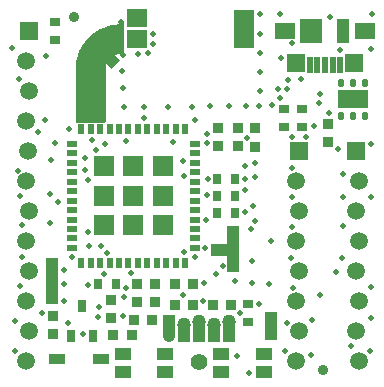
<source format=gbs>
G04*
G04 #@! TF.GenerationSoftware,Altium Limited,Altium Designer,21.4.1 (30)*
G04*
G04 Layer_Color=16711935*
%FSLAX25Y25*%
%MOIN*%
G70*
G04*
G04 #@! TF.SameCoordinates,FDA7AB05-C33E-465C-AB53-71C79C1F0B70*
G04*
G04*
G04 #@! TF.FilePolarity,Negative*
G04*
G01*
G75*
%ADD23R,0.03543X0.03543*%
%ADD24C,0.03543*%
%ADD25C,0.05512*%
%ADD26O,0.04394X0.05118*%
%ADD27R,0.04394X0.05118*%
%ADD28C,0.05894*%
%ADD29R,0.05894X0.05894*%
%ADD30C,0.01811*%
%ADD54C,0.04000*%
%ADD55R,0.04000X0.04000*%
%ADD65R,0.05512X0.04134*%
%ADD74C,0.04000*%
%ADD75R,0.04031X0.03300*%
%ADD76R,0.04028X0.09500*%
%ADD77R,0.04035X0.04023*%
G04:AMPARAMS|DCode=78|XSize=21.26mil|YSize=29.13mil|CornerRadius=6.69mil|HoleSize=0mil|Usage=FLASHONLY|Rotation=0.000|XOffset=0mil|YOffset=0mil|HoleType=Round|Shape=RoundedRectangle|*
%AMROUNDEDRECTD78*
21,1,0.02126,0.01575,0,0,0.0*
21,1,0.00787,0.02913,0,0,0.0*
1,1,0.01339,0.00394,-0.00787*
1,1,0.01339,-0.00394,-0.00787*
1,1,0.01339,-0.00394,0.00787*
1,1,0.01339,0.00394,0.00787*
%
%ADD78ROUNDEDRECTD78*%
%ADD79R,0.10000X0.06457*%
%ADD80R,0.04030X0.03630*%
%ADD81R,0.02794X0.04294*%
%ADD82R,0.03394X0.03794*%
%ADD83R,0.06693X0.06693*%
%ADD84R,0.03543X0.02362*%
%ADD85R,0.02362X0.03543*%
%ADD86R,0.05194X0.03194*%
%ADD87R,0.03794X0.02794*%
%ADD88R,0.03630X0.04030*%
%ADD89R,0.07087X0.06102*%
%ADD90R,0.07087X0.12992*%
G04:AMPARAMS|DCode=91|XSize=33.94mil|YSize=37.94mil|CornerRadius=0mil|HoleSize=0mil|Usage=FLASHONLY|Rotation=135.000|XOffset=0mil|YOffset=0mil|HoleType=Round|Shape=Rectangle|*
%AMROTATEDRECTD91*
4,1,4,0.02541,0.00141,-0.00141,-0.02541,-0.02541,-0.00141,0.00141,0.02541,0.02541,0.00141,0.0*
%
%ADD91ROTATEDRECTD91*%

%ADD92R,0.06890X0.05512*%
%ADD93R,0.04331X0.07874*%
%ADD94R,0.07480X0.07874*%
%ADD95R,0.06004X0.06496*%
%ADD96R,0.02165X0.05827*%
%ADD97R,0.03794X0.03394*%
%ADD98R,0.03194X0.03794*%
%ADD99R,0.02794X0.03794*%
G36*
X40082Y120574D02*
Y108721D01*
X39349Y109025D01*
X38687Y109533D01*
X38621Y109618D01*
X38005Y109557D01*
X37066Y109273D01*
X36200Y108810D01*
X35471Y108212D01*
X35419Y108152D01*
X34812Y107425D01*
X34365Y106590D01*
X34091Y105683D01*
X34001Y104775D01*
X34006Y87547D01*
X33965Y87236D01*
X33934Y86763D01*
X24071Y86763D01*
X24040Y87236D01*
X23999Y87547D01*
Y104731D01*
X24012Y104850D01*
X24006Y104949D01*
X24151Y106811D01*
X24203Y107057D01*
X24229Y107307D01*
X24656Y109082D01*
X24746Y109317D01*
X24811Y109559D01*
X25509Y111246D01*
X25635Y111464D01*
X25737Y111693D01*
X26691Y113250D01*
X26849Y113445D01*
X26986Y113656D01*
X28172Y115044D01*
X28223Y115096D01*
X28283Y115152D01*
X28342Y115229D01*
X28450Y115319D01*
X28496Y115371D01*
X28537Y115408D01*
X29964Y116632D01*
X30175Y116769D01*
X30370Y116927D01*
X31950Y117895D01*
X32179Y117997D01*
X32397Y118123D01*
X34109Y118832D01*
X34351Y118897D01*
X34586Y118987D01*
X36388Y119419D01*
X36637Y119446D01*
X36883Y119498D01*
X38586Y119632D01*
X38687Y119763D01*
X39349Y120271D01*
X40082Y120574D01*
D02*
G37*
D23*
X36292Y16035D02*
D03*
X42788D02*
D03*
D24*
X23526Y121949D02*
D03*
X106601Y4218D02*
D03*
D25*
X65000Y6944D02*
D03*
D26*
X70000Y19400D02*
D03*
X65000Y20200D02*
D03*
X75000D02*
D03*
X60000Y19400D02*
D03*
D27*
X55000Y20200D02*
D03*
D28*
X97592Y7244D02*
D03*
X98392Y17244D02*
D03*
X97592Y27244D02*
D03*
X98392Y37244D02*
D03*
X97592Y67244D02*
D03*
Y47244D02*
D03*
X98392Y57244D02*
D03*
X7592Y27244D02*
D03*
X8392Y37244D02*
D03*
X7592Y47244D02*
D03*
X8392Y57244D02*
D03*
X7592Y67244D02*
D03*
Y107244D02*
D03*
X8392Y97244D02*
D03*
X7592Y87244D02*
D03*
X7992Y77244D02*
D03*
X8392Y17244D02*
D03*
X7592Y7244D02*
D03*
X118392Y7244D02*
D03*
X117592Y17244D02*
D03*
X118392Y27244D02*
D03*
Y67244D02*
D03*
X117592Y57244D02*
D03*
X118392Y47244D02*
D03*
X117592Y37244D02*
D03*
D29*
X98392Y77244D02*
D03*
X8392Y117244D02*
D03*
X117592Y77244D02*
D03*
D30*
X35119Y117909D02*
D03*
X32035Y116570D02*
D03*
X29343Y114556D02*
D03*
X27258Y111919D02*
D03*
X25834Y108873D02*
D03*
X25243Y105563D02*
D03*
X25187Y102201D02*
D03*
Y98839D02*
D03*
Y95477D02*
D03*
Y92115D02*
D03*
Y88753D02*
D03*
X29454Y81044D02*
D03*
X32813Y89906D02*
D03*
Y93268D02*
D03*
Y96630D02*
D03*
Y99992D02*
D03*
Y103355D02*
D03*
X44745Y109804D02*
D03*
X48106Y109897D02*
D03*
X49645Y112886D02*
D03*
Y116248D02*
D03*
X67665Y83000D02*
D03*
X63884Y87574D02*
D03*
X100775Y81993D02*
D03*
X26472Y16493D02*
D03*
X19968Y33126D02*
D03*
X20150Y27244D02*
D03*
X5573Y32394D02*
D03*
X6047Y42000D02*
D03*
X4616Y70649D02*
D03*
X21936Y84626D02*
D03*
X33858Y79625D02*
D03*
X40667Y80585D02*
D03*
X81002Y81835D02*
D03*
X85166Y92291D02*
D03*
X105026Y93262D02*
D03*
X75134Y92291D02*
D03*
X67665Y79994D02*
D03*
X28000Y50209D02*
D03*
X15407Y53524D02*
D03*
X13773Y87567D02*
D03*
X2731Y111847D02*
D03*
X5242Y101503D02*
D03*
X14059Y108898D02*
D03*
X6047Y52539D02*
D03*
X5606Y62211D02*
D03*
X3705Y20562D02*
D03*
X80688Y92291D02*
D03*
X68698D02*
D03*
X83833Y73405D02*
D03*
X96042Y71816D02*
D03*
X83900Y68653D02*
D03*
X96010Y81993D02*
D03*
X89030Y47430D02*
D03*
X59680Y73895D02*
D03*
X60000Y69126D02*
D03*
X80315Y64494D02*
D03*
Y68008D02*
D03*
X80315Y72338D02*
D03*
X68148Y68147D02*
D03*
X66481Y27244D02*
D03*
X96448Y31702D02*
D03*
X92258Y122958D02*
D03*
X122835D02*
D03*
X83900Y54050D02*
D03*
X89030Y22097D02*
D03*
X103597Y85790D02*
D03*
X108314Y89942D02*
D03*
X111575Y78029D02*
D03*
X122370Y79825D02*
D03*
X105424Y96253D02*
D03*
X99000Y101503D02*
D03*
X105424Y29351D02*
D03*
X110673Y36996D02*
D03*
X11280Y83598D02*
D03*
X112073Y111137D02*
D03*
X80433Y56907D02*
D03*
X91323Y98032D02*
D03*
X94780Y101192D02*
D03*
X89514Y92618D02*
D03*
X92258Y94976D02*
D03*
X94529Y97924D02*
D03*
X96042Y113300D02*
D03*
X39764Y22410D02*
D03*
X17059Y80116D02*
D03*
X21557Y20000D02*
D03*
X77627Y9055D02*
D03*
X39562Y103987D02*
D03*
X40100Y28700D02*
D03*
X31909Y25456D02*
D03*
X31455Y21907D02*
D03*
X42606Y36537D02*
D03*
X40844Y31702D02*
D03*
X59842Y29528D02*
D03*
X34382Y43525D02*
D03*
X32514Y45828D02*
D03*
X28495D02*
D03*
X31496Y50863D02*
D03*
X82279Y51396D02*
D03*
X28022Y67827D02*
D03*
X20200Y37655D02*
D03*
X85243Y26498D02*
D03*
X77152Y34022D02*
D03*
X67246Y45059D02*
D03*
X66695Y33379D02*
D03*
X70841Y36307D02*
D03*
X78909Y23353D02*
D03*
X67398Y54508D02*
D03*
X94529Y20000D02*
D03*
X93838Y10768D02*
D03*
X55000Y15748D02*
D03*
X81628Y3386D02*
D03*
X15354Y63083D02*
D03*
X17959Y60478D02*
D03*
X85564Y97201D02*
D03*
X108770Y121949D02*
D03*
X85564Y103640D02*
D03*
X92443Y108255D02*
D03*
X28166Y32655D02*
D03*
X67850Y62590D02*
D03*
X122279Y61936D02*
D03*
X102362Y9449D02*
D03*
X115642Y12250D02*
D03*
X122047Y10856D02*
D03*
X3705Y10596D02*
D03*
X31496Y74016D02*
D03*
X35039Y71260D02*
D03*
X41339Y64173D02*
D03*
X51575Y60630D02*
D03*
X54724Y63779D02*
D03*
X39224Y120288D02*
D03*
X39622Y109449D02*
D03*
X85564Y122958D02*
D03*
Y116519D02*
D03*
X54787Y92030D02*
D03*
X73230Y38972D02*
D03*
X63779Y42126D02*
D03*
X26947Y75073D02*
D03*
X22835Y42077D02*
D03*
X27165Y70866D02*
D03*
X15748Y74410D02*
D03*
X33331Y36454D02*
D03*
X59957Y43681D02*
D03*
X56329Y80461D02*
D03*
X46847Y92030D02*
D03*
X96010Y61891D02*
D03*
X96042Y52008D02*
D03*
X95908Y41560D02*
D03*
X113100Y69718D02*
D03*
X30709Y77559D02*
D03*
X83071Y59055D02*
D03*
X82701Y40573D02*
D03*
X40087Y92030D02*
D03*
X39622Y98438D02*
D03*
X122468Y111406D02*
D03*
X31500Y60126D02*
D03*
X35000Y54126D02*
D03*
X45000Y74126D02*
D03*
Y60626D02*
D03*
X41500Y70626D02*
D03*
X34000Y62626D02*
D03*
X62731Y92030D02*
D03*
X46847Y88444D02*
D03*
X82676Y33351D02*
D03*
X51000Y72126D02*
D03*
X12919Y23223D02*
D03*
X122468Y32182D02*
D03*
X112904Y41804D02*
D03*
X122468Y21625D02*
D03*
X113100Y61891D02*
D03*
X113183Y52342D02*
D03*
X88530Y33167D02*
D03*
X51500Y51126D02*
D03*
X45000Y50626D02*
D03*
X54500Y53626D02*
D03*
X102886Y21176D02*
D03*
X41500Y54126D02*
D03*
X85564Y110079D02*
D03*
D54*
X55000Y15748D02*
D03*
D55*
X60000D02*
D03*
X65000D02*
D03*
X70000D02*
D03*
X75000D02*
D03*
D65*
X86614Y9547D02*
D03*
X72441D02*
D03*
X86614Y3839D02*
D03*
X72441D02*
D03*
X39764D02*
D03*
X53937D02*
D03*
X39764Y9547D02*
D03*
X53937D02*
D03*
D74*
X70000Y15748D02*
Y19400D01*
X60000Y15748D02*
Y19400D01*
X75000Y15748D02*
Y20200D01*
X65000Y15748D02*
Y20200D01*
X55000Y15748D02*
Y20200D01*
D75*
X89031Y18947D02*
D03*
D76*
X16110Y33702D02*
D03*
X76576Y44935D02*
D03*
D77*
X73671Y44489D02*
D03*
D78*
X112511Y89027D02*
D03*
X116448D02*
D03*
X120385D02*
D03*
X112511Y100051D02*
D03*
X116448D02*
D03*
X120385D02*
D03*
D79*
X116448Y94539D02*
D03*
D80*
X89030Y22097D02*
D03*
Y16097D02*
D03*
X16109Y27954D02*
D03*
Y33954D02*
D03*
Y39954D02*
D03*
X76575Y50685D02*
D03*
Y38685D02*
D03*
D81*
X26216Y25631D02*
D03*
X22516Y15631D02*
D03*
X29916D02*
D03*
D82*
X44500Y33126D02*
D03*
X50500D02*
D03*
X69835Y26174D02*
D03*
X75835D02*
D03*
X43500Y21126D02*
D03*
X49500D02*
D03*
X63052Y26174D02*
D03*
X57052D02*
D03*
X63052Y33126D02*
D03*
X57052D02*
D03*
X44500Y27126D02*
D03*
X50500D02*
D03*
D83*
X33331Y72224D02*
D03*
Y62382D02*
D03*
Y52539D02*
D03*
X43173D02*
D03*
X53016D02*
D03*
Y62382D02*
D03*
Y72224D02*
D03*
X43173D02*
D03*
Y62382D02*
D03*
D84*
X63646Y45059D02*
D03*
Y48209D02*
D03*
Y51358D02*
D03*
Y54508D02*
D03*
Y57657D02*
D03*
Y60807D02*
D03*
Y63957D02*
D03*
Y67106D02*
D03*
Y70256D02*
D03*
Y73405D02*
D03*
Y76555D02*
D03*
Y79705D02*
D03*
X22701D02*
D03*
Y76555D02*
D03*
Y73405D02*
D03*
Y70256D02*
D03*
Y67106D02*
D03*
Y63957D02*
D03*
Y60807D02*
D03*
Y57657D02*
D03*
Y54508D02*
D03*
Y51358D02*
D03*
Y48209D02*
D03*
Y45059D02*
D03*
D85*
X60496Y84626D02*
D03*
X57346D02*
D03*
X54197D02*
D03*
X51047D02*
D03*
X47898D02*
D03*
X44748D02*
D03*
X41598D02*
D03*
X38449D02*
D03*
X35299D02*
D03*
X32150D02*
D03*
X29000D02*
D03*
X25850D02*
D03*
Y40138D02*
D03*
X29000D02*
D03*
X32150D02*
D03*
X35299D02*
D03*
X38449D02*
D03*
X41598D02*
D03*
X44748D02*
D03*
X47898D02*
D03*
X51047D02*
D03*
X54197D02*
D03*
X57346D02*
D03*
X60496D02*
D03*
D86*
X32497Y8079D02*
D03*
X17897D02*
D03*
D87*
X17059Y114244D02*
D03*
Y120244D02*
D03*
X93500Y85469D02*
D03*
Y91469D02*
D03*
X99500Y85469D02*
D03*
Y91469D02*
D03*
X81370Y20297D02*
D03*
Y26297D02*
D03*
D88*
X76772Y44488D02*
D03*
X70772D02*
D03*
D89*
X44291Y121555D02*
D03*
Y114665D02*
D03*
D90*
X80118Y118110D02*
D03*
D91*
X36121Y107465D02*
D03*
X31879Y111707D02*
D03*
D92*
X120384Y117441D02*
D03*
X93789D02*
D03*
D93*
X113189D02*
D03*
D94*
X102559D02*
D03*
D95*
X97304Y106535D02*
D03*
X116880D02*
D03*
D96*
X107097Y106181D02*
D03*
X104538D02*
D03*
X109656D02*
D03*
X101979D02*
D03*
X112214D02*
D03*
D97*
X77964Y78961D02*
D03*
Y84961D02*
D03*
X71414Y78961D02*
D03*
Y84961D02*
D03*
X16500Y16500D02*
D03*
Y22500D02*
D03*
X35879Y27625D02*
D03*
Y21625D02*
D03*
X108224Y80493D02*
D03*
Y86493D02*
D03*
D98*
X83900Y78761D02*
D03*
Y85161D02*
D03*
D99*
X37496Y32883D02*
D03*
X31496D02*
D03*
X71173Y56693D02*
D03*
X77173D02*
D03*
X77152Y68147D02*
D03*
X71152D02*
D03*
X77185Y62474D02*
D03*
X71185D02*
D03*
M02*

</source>
